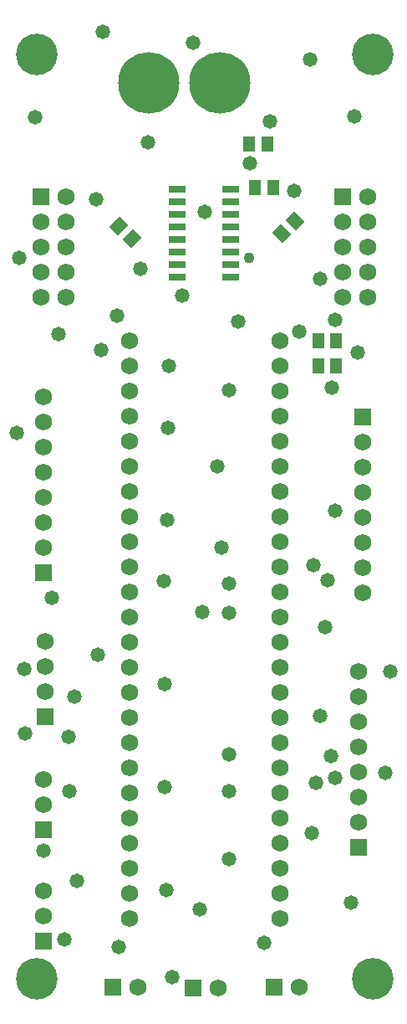
<source format=gbr>
%TF.GenerationSoftware,Altium Limited,Altium Designer,19.1.8 (144)*%
G04 Layer_Color=8388736*
%FSLAX26Y26*%
%MOIN*%
%TF.FileFunction,Soldermask,Top*%
%TF.Part,Single*%
G01*
G75*
%TA.AperFunction,ComponentPad*%
%ADD25R,0.068000X0.068000*%
%ADD26C,0.068000*%
%ADD27R,0.068000X0.068000*%
%ADD28C,0.244220*%
%TA.AperFunction,ViaPad*%
%ADD29C,0.165480*%
%ADD30C,0.058000*%
%ADD31C,0.043433*%
%TA.AperFunction,SMDPad,CuDef*%
%ADD35R,0.049339X0.063118*%
%ADD36R,0.049339X0.059181*%
G04:AMPARAMS|DCode=37|XSize=59.181mil|YSize=49.339mil|CornerRadius=0mil|HoleSize=0mil|Usage=FLASHONLY|Rotation=315.000|XOffset=0mil|YOffset=0mil|HoleType=Round|Shape=Rectangle|*
%AMROTATEDRECTD37*
4,1,4,-0.038367,0.003480,-0.003480,0.038367,0.038367,-0.003480,0.003480,-0.038367,-0.038367,0.003480,0.0*
%
%ADD37ROTATEDRECTD37*%

%ADD38R,0.069024X0.031622*%
G04:AMPARAMS|DCode=39|XSize=59.181mil|YSize=49.339mil|CornerRadius=0mil|HoleSize=0mil|Usage=FLASHONLY|Rotation=225.000|XOffset=0mil|YOffset=0mil|HoleType=Round|Shape=Rectangle|*
%AMROTATEDRECTD39*
4,1,4,0.003480,0.038367,0.038367,0.003480,-0.003480,-0.038367,-0.038367,-0.003480,0.003480,0.038367,0.0*
%
%ADD39ROTATEDRECTD39*%

D25*
X1439961Y680118D02*
D03*
X185039Y306890D02*
D03*
Y749803D02*
D03*
X189961Y1200197D02*
D03*
X1458661Y2394095D02*
D03*
X1376378Y3270866D02*
D03*
X185039Y1774803D02*
D03*
X175591Y3272441D02*
D03*
D26*
X1439961Y780118D02*
D03*
Y880118D02*
D03*
Y980118D02*
D03*
Y1080118D02*
D03*
Y1180118D02*
D03*
Y1280118D02*
D03*
Y1380118D02*
D03*
X1202756Y124016D02*
D03*
X881496Y122047D02*
D03*
X559646Y124016D02*
D03*
X185039Y406890D02*
D03*
Y506890D02*
D03*
Y849803D02*
D03*
Y949803D02*
D03*
X189961Y1500197D02*
D03*
Y1400197D02*
D03*
Y1300197D02*
D03*
X1128937Y1097441D02*
D03*
Y1197441D02*
D03*
Y1297441D02*
D03*
Y2697441D02*
D03*
Y2597441D02*
D03*
Y2497441D02*
D03*
X528937Y1297441D02*
D03*
X1128937Y997441D02*
D03*
Y897441D02*
D03*
Y797441D02*
D03*
Y697441D02*
D03*
Y597441D02*
D03*
Y497441D02*
D03*
Y397441D02*
D03*
X528937D02*
D03*
Y497441D02*
D03*
Y597441D02*
D03*
Y697441D02*
D03*
Y797441D02*
D03*
Y897441D02*
D03*
Y997441D02*
D03*
Y1097441D02*
D03*
Y1197441D02*
D03*
X1128937Y2397441D02*
D03*
Y2297441D02*
D03*
Y2197441D02*
D03*
Y2097441D02*
D03*
Y1997441D02*
D03*
Y1897441D02*
D03*
Y1797441D02*
D03*
Y1697441D02*
D03*
Y1597441D02*
D03*
Y1497441D02*
D03*
Y1397441D02*
D03*
X528937D02*
D03*
Y1497441D02*
D03*
Y1597441D02*
D03*
Y1697441D02*
D03*
Y1797441D02*
D03*
Y1897441D02*
D03*
Y1997441D02*
D03*
Y2097441D02*
D03*
Y2197441D02*
D03*
Y2297441D02*
D03*
Y2397441D02*
D03*
Y2497441D02*
D03*
Y2597441D02*
D03*
Y2697441D02*
D03*
X1458661Y1694094D02*
D03*
Y1794094D02*
D03*
Y1894094D02*
D03*
Y1994094D02*
D03*
Y2094095D02*
D03*
Y2194095D02*
D03*
Y2294095D02*
D03*
X1476378Y3270866D02*
D03*
Y3170866D02*
D03*
X1376378D02*
D03*
Y3070866D02*
D03*
Y2970866D02*
D03*
Y2870866D02*
D03*
X1476378Y3070866D02*
D03*
Y2970866D02*
D03*
Y2870866D02*
D03*
X185039Y2474803D02*
D03*
Y2374803D02*
D03*
Y2274803D02*
D03*
Y2174803D02*
D03*
Y2074803D02*
D03*
Y1974803D02*
D03*
Y1874803D02*
D03*
X275591Y3272441D02*
D03*
Y3172441D02*
D03*
X175591D02*
D03*
Y3072441D02*
D03*
Y2972441D02*
D03*
Y2872441D02*
D03*
X275591Y3072441D02*
D03*
Y2972441D02*
D03*
Y2872441D02*
D03*
D27*
X1102756Y124016D02*
D03*
X781496Y122047D02*
D03*
X459646Y124016D02*
D03*
D28*
X603465Y3725000D02*
D03*
X886929D02*
D03*
D29*
X1496063Y3838583D02*
D03*
X157480D02*
D03*
Y157480D02*
D03*
X1496063D02*
D03*
D30*
X685039Y2598425D02*
D03*
X681102Y2350394D02*
D03*
X877953Y2196850D02*
D03*
X677165Y1984252D02*
D03*
X893701Y1874016D02*
D03*
X86614Y3027559D02*
D03*
X570866Y2984252D02*
D03*
X413386Y2661417D02*
D03*
X476378Y2799213D02*
D03*
X244095Y2724409D02*
D03*
X78740Y2330709D02*
D03*
X216535Y1673228D02*
D03*
X401575Y1448819D02*
D03*
X307087Y1279528D02*
D03*
X287402Y905512D02*
D03*
X106299Y1389764D02*
D03*
X110236Y1133858D02*
D03*
X267716Y314961D02*
D03*
X185039Y669291D02*
D03*
X318898Y547244D02*
D03*
X818898Y1618110D02*
D03*
X669291Y1330709D02*
D03*
Y921260D02*
D03*
X673228Y511811D02*
D03*
X925197Y633858D02*
D03*
X484252Y283465D02*
D03*
X696850Y165354D02*
D03*
X1065589Y300553D02*
D03*
X1409449Y460630D02*
D03*
X1255906Y736221D02*
D03*
X1346457Y956693D02*
D03*
X1547244Y976378D02*
D03*
X1566929Y1381890D02*
D03*
X1287402Y1204724D02*
D03*
X1307087Y1559055D02*
D03*
X1346457Y2019685D02*
D03*
X1334646Y2511811D02*
D03*
X1437008Y2649606D02*
D03*
X1346457Y2779528D02*
D03*
X1287402Y2944882D02*
D03*
X1425197Y3590551D02*
D03*
X1086614Y3570866D02*
D03*
X779528Y3885827D02*
D03*
X1248032Y3818898D02*
D03*
X421260Y3929134D02*
D03*
X149606Y3586614D02*
D03*
X393701Y3259843D02*
D03*
X960630Y2775591D02*
D03*
X1185039Y3295276D02*
D03*
X826772Y3212598D02*
D03*
X736221Y2877953D02*
D03*
X602362Y3488189D02*
D03*
X807087Y433071D02*
D03*
X925197Y2500000D02*
D03*
X286051Y1122047D02*
D03*
X925197Y905512D02*
D03*
Y1732284D02*
D03*
X1204232Y2734646D02*
D03*
X1006890Y3405512D02*
D03*
X664370Y1742126D02*
D03*
X923228Y1614173D02*
D03*
X924213Y1052165D02*
D03*
X1260827Y1805118D02*
D03*
X1318898Y1745079D02*
D03*
X1269685Y936024D02*
D03*
X1329724Y1044291D02*
D03*
D31*
X1003937Y3027559D02*
D03*
D35*
X1078740Y3480315D02*
D03*
X1005906D02*
D03*
X1352362Y2696850D02*
D03*
X1279528D02*
D03*
X1099409Y3307087D02*
D03*
X1026575D02*
D03*
D36*
X1279528Y2598425D02*
D03*
X1352362D02*
D03*
D37*
X1187168Y3175357D02*
D03*
X1135666Y3123855D02*
D03*
D38*
X931102Y2950197D02*
D03*
Y3000197D02*
D03*
Y3050197D02*
D03*
Y3100197D02*
D03*
Y3150197D02*
D03*
Y3200197D02*
D03*
Y3250197D02*
D03*
Y3300197D02*
D03*
X718504Y2950197D02*
D03*
Y3000197D02*
D03*
Y3050197D02*
D03*
Y3100197D02*
D03*
Y3150197D02*
D03*
Y3200197D02*
D03*
Y3250197D02*
D03*
Y3300197D02*
D03*
D39*
X537562Y3104170D02*
D03*
X486060Y3155672D02*
D03*
%TF.MD5,adac43e4218d35830de182a07cdf3075*%
M02*

</source>
